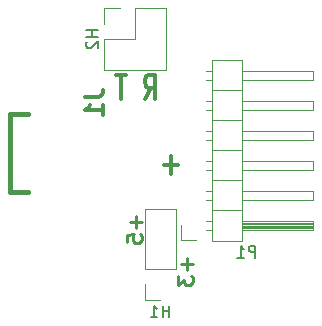
<source format=gbo>
G04 #@! TF.FileFunction,Legend,Bot*
%FSLAX46Y46*%
G04 Gerber Fmt 4.6, Leading zero omitted, Abs format (unit mm)*
G04 Created by KiCad (PCBNEW 4.0.5) date 07/09/17 22:51:53*
%MOMM*%
%LPD*%
G01*
G04 APERTURE LIST*
%ADD10C,0.150000*%
%ADD11C,0.254000*%
%ADD12C,0.304800*%
%ADD13C,0.120000*%
%ADD14C,0.381000*%
G04 APERTURE END LIST*
D10*
D11*
X162269714Y-110798429D02*
X162269714Y-111766048D01*
X162753524Y-111282238D02*
X161785905Y-111282238D01*
X161483524Y-112249858D02*
X161483524Y-113036048D01*
X161967333Y-112612715D01*
X161967333Y-112794143D01*
X162027810Y-112915096D01*
X162088286Y-112975572D01*
X162209238Y-113036048D01*
X162511619Y-113036048D01*
X162632571Y-112975572D01*
X162693048Y-112915096D01*
X162753524Y-112794143D01*
X162753524Y-112431286D01*
X162693048Y-112310334D01*
X162632571Y-112249858D01*
D12*
X158677429Y-97312238D02*
X159185429Y-96344619D01*
X159548286Y-97312238D02*
X159548286Y-95280238D01*
X158967714Y-95280238D01*
X158822572Y-95377000D01*
X158750000Y-95473762D01*
X158677429Y-95667286D01*
X158677429Y-95957571D01*
X158750000Y-96151095D01*
X158822572Y-96247857D01*
X158967714Y-96344619D01*
X159548286Y-96344619D01*
X157080857Y-95280238D02*
X156210000Y-95280238D01*
X156645429Y-97312238D02*
X156645429Y-95280238D01*
X161489571Y-102888143D02*
X160328428Y-102888143D01*
X160908999Y-103662238D02*
X160908999Y-102114048D01*
D11*
X157951714Y-107242429D02*
X157951714Y-108210048D01*
X158435524Y-107726238D02*
X157467905Y-107726238D01*
X157165524Y-109419572D02*
X157165524Y-108814810D01*
X157770286Y-108754334D01*
X157709810Y-108814810D01*
X157649333Y-108935762D01*
X157649333Y-109238143D01*
X157709810Y-109359096D01*
X157770286Y-109419572D01*
X157891238Y-109480048D01*
X158193619Y-109480048D01*
X158314571Y-109419572D01*
X158375048Y-109359096D01*
X158435524Y-109238143D01*
X158435524Y-108935762D01*
X158375048Y-108814810D01*
X158314571Y-108754334D01*
D13*
X158670000Y-111730000D02*
X158670000Y-106590000D01*
X158670000Y-106590000D02*
X161330000Y-106590000D01*
X161330000Y-106590000D02*
X161330000Y-111730000D01*
X161330000Y-111730000D02*
X158670000Y-111730000D01*
X158670000Y-113000000D02*
X158670000Y-114330000D01*
X158670000Y-114330000D02*
X160000000Y-114330000D01*
X157861000Y-89602000D02*
X160461000Y-89602000D01*
X160461000Y-89602000D02*
X160461000Y-94802000D01*
X160461000Y-94802000D02*
X155261000Y-94802000D01*
X155261000Y-94802000D02*
X155261000Y-92202000D01*
X155261000Y-92202000D02*
X157861000Y-92202000D01*
X157861000Y-92202000D02*
X157861000Y-89602000D01*
X156591000Y-89602000D02*
X155261000Y-89602000D01*
X155261000Y-89602000D02*
X155261000Y-90932000D01*
D14*
X147269200Y-105153460D02*
X148770340Y-105153460D01*
X147269200Y-98554540D02*
X148770340Y-98554540D01*
X147269200Y-105153460D02*
X147269200Y-98554540D01*
D13*
X164340000Y-109330000D02*
X164340000Y-106730000D01*
X164340000Y-106730000D02*
X166960000Y-106730000D01*
X166960000Y-106730000D02*
X166960000Y-109330000D01*
X166960000Y-109330000D02*
X164340000Y-109330000D01*
X166960000Y-108380000D02*
X166960000Y-107620000D01*
X166960000Y-107620000D02*
X172960000Y-107620000D01*
X172960000Y-107620000D02*
X172960000Y-108380000D01*
X172960000Y-108380000D02*
X166960000Y-108380000D01*
X163910000Y-108380000D02*
X164340000Y-108380000D01*
X163910000Y-107620000D02*
X164340000Y-107620000D01*
X166960000Y-108260000D02*
X172960000Y-108260000D01*
X166960000Y-108140000D02*
X172960000Y-108140000D01*
X166960000Y-108020000D02*
X172960000Y-108020000D01*
X166960000Y-107900000D02*
X172960000Y-107900000D01*
X166960000Y-107780000D02*
X172960000Y-107780000D01*
X166960000Y-107660000D02*
X172960000Y-107660000D01*
X164340000Y-106730000D02*
X164340000Y-104190000D01*
X164340000Y-104190000D02*
X166960000Y-104190000D01*
X166960000Y-104190000D02*
X166960000Y-106730000D01*
X166960000Y-106730000D02*
X164340000Y-106730000D01*
X166960000Y-105840000D02*
X166960000Y-105080000D01*
X166960000Y-105080000D02*
X172960000Y-105080000D01*
X172960000Y-105080000D02*
X172960000Y-105840000D01*
X172960000Y-105840000D02*
X166960000Y-105840000D01*
X163910000Y-105840000D02*
X164340000Y-105840000D01*
X163910000Y-105080000D02*
X164340000Y-105080000D01*
X164340000Y-104190000D02*
X164340000Y-101650000D01*
X164340000Y-101650000D02*
X166960000Y-101650000D01*
X166960000Y-101650000D02*
X166960000Y-104190000D01*
X166960000Y-104190000D02*
X164340000Y-104190000D01*
X166960000Y-103300000D02*
X166960000Y-102540000D01*
X166960000Y-102540000D02*
X172960000Y-102540000D01*
X172960000Y-102540000D02*
X172960000Y-103300000D01*
X172960000Y-103300000D02*
X166960000Y-103300000D01*
X163910000Y-103300000D02*
X164340000Y-103300000D01*
X163910000Y-102540000D02*
X164340000Y-102540000D01*
X164340000Y-101650000D02*
X164340000Y-99110000D01*
X164340000Y-99110000D02*
X166960000Y-99110000D01*
X166960000Y-99110000D02*
X166960000Y-101650000D01*
X166960000Y-101650000D02*
X164340000Y-101650000D01*
X166960000Y-100760000D02*
X166960000Y-100000000D01*
X166960000Y-100000000D02*
X172960000Y-100000000D01*
X172960000Y-100000000D02*
X172960000Y-100760000D01*
X172960000Y-100760000D02*
X166960000Y-100760000D01*
X163910000Y-100760000D02*
X164340000Y-100760000D01*
X163910000Y-100000000D02*
X164340000Y-100000000D01*
X164340000Y-99110000D02*
X164340000Y-96570000D01*
X164340000Y-96570000D02*
X166960000Y-96570000D01*
X166960000Y-96570000D02*
X166960000Y-99110000D01*
X166960000Y-99110000D02*
X164340000Y-99110000D01*
X166960000Y-98220000D02*
X166960000Y-97460000D01*
X166960000Y-97460000D02*
X172960000Y-97460000D01*
X172960000Y-97460000D02*
X172960000Y-98220000D01*
X172960000Y-98220000D02*
X166960000Y-98220000D01*
X163910000Y-98220000D02*
X164340000Y-98220000D01*
X163910000Y-97460000D02*
X164340000Y-97460000D01*
X164340000Y-96570000D02*
X164340000Y-93970000D01*
X164340000Y-93970000D02*
X166960000Y-93970000D01*
X166960000Y-93970000D02*
X166960000Y-96570000D01*
X166960000Y-96570000D02*
X164340000Y-96570000D01*
X166960000Y-95680000D02*
X166960000Y-94920000D01*
X166960000Y-94920000D02*
X172960000Y-94920000D01*
X172960000Y-94920000D02*
X172960000Y-95680000D01*
X172960000Y-95680000D02*
X166960000Y-95680000D01*
X163910000Y-95680000D02*
X164340000Y-95680000D01*
X163910000Y-94920000D02*
X164340000Y-94920000D01*
X161730000Y-108000000D02*
X161730000Y-109270000D01*
X161730000Y-109270000D02*
X163000000Y-109270000D01*
D10*
X160761905Y-115782381D02*
X160761905Y-114782381D01*
X160761905Y-115258571D02*
X160190476Y-115258571D01*
X160190476Y-115782381D02*
X160190476Y-114782381D01*
X159190476Y-115782381D02*
X159761905Y-115782381D01*
X159476191Y-115782381D02*
X159476191Y-114782381D01*
X159571429Y-114925238D01*
X159666667Y-115020476D01*
X159761905Y-115068095D01*
X154713381Y-91440095D02*
X153713381Y-91440095D01*
X154189571Y-91440095D02*
X154189571Y-92011524D01*
X154713381Y-92011524D02*
X153713381Y-92011524D01*
X153808619Y-92440095D02*
X153761000Y-92487714D01*
X153713381Y-92582952D01*
X153713381Y-92821048D01*
X153761000Y-92916286D01*
X153808619Y-92963905D01*
X153903857Y-93011524D01*
X153999095Y-93011524D01*
X154141952Y-92963905D01*
X154713381Y-92392476D01*
X154713381Y-93011524D01*
D12*
X153635529Y-97144840D02*
X154724100Y-97144840D01*
X154941814Y-97072268D01*
X155086957Y-96927125D01*
X155159529Y-96709411D01*
X155159529Y-96564268D01*
X155159529Y-98668840D02*
X155159529Y-97797983D01*
X155159529Y-98233411D02*
X153635529Y-98233411D01*
X153853243Y-98088268D01*
X153998386Y-97943126D01*
X154070957Y-97797983D01*
D10*
X168053095Y-110722381D02*
X168053095Y-109722381D01*
X167672142Y-109722381D01*
X167576904Y-109770000D01*
X167529285Y-109817619D01*
X167481666Y-109912857D01*
X167481666Y-110055714D01*
X167529285Y-110150952D01*
X167576904Y-110198571D01*
X167672142Y-110246190D01*
X168053095Y-110246190D01*
X166529285Y-110722381D02*
X167100714Y-110722381D01*
X166815000Y-110722381D02*
X166815000Y-109722381D01*
X166910238Y-109865238D01*
X167005476Y-109960476D01*
X167100714Y-110008095D01*
M02*

</source>
